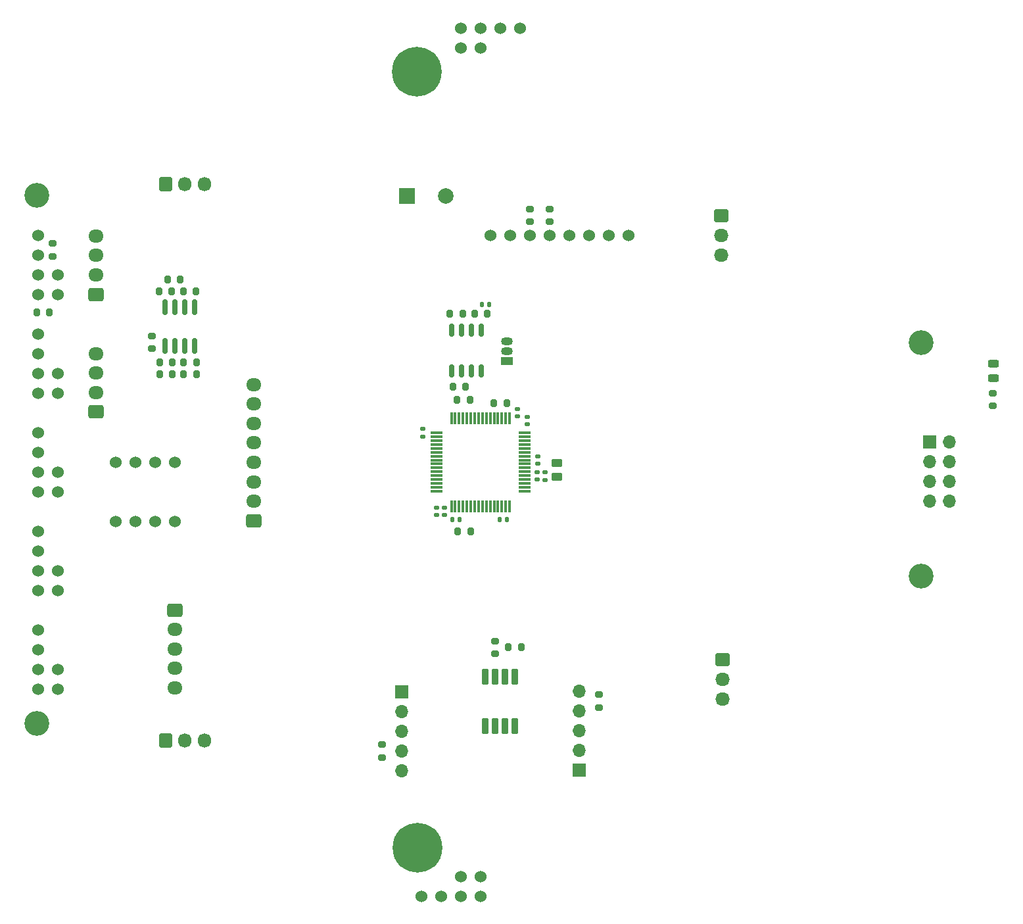
<source format=gbr>
%TF.GenerationSoftware,KiCad,Pcbnew,7.0.9*%
%TF.CreationDate,2024-12-19T19:35:33+09:00*%
%TF.ProjectId,01-MAIN,30312d4d-4149-44e2-9e6b-696361645f70,rev?*%
%TF.SameCoordinates,Original*%
%TF.FileFunction,Soldermask,Bot*%
%TF.FilePolarity,Negative*%
%FSLAX46Y46*%
G04 Gerber Fmt 4.6, Leading zero omitted, Abs format (unit mm)*
G04 Created by KiCad (PCBNEW 7.0.9) date 2024-12-19 19:35:33*
%MOMM*%
%LPD*%
G01*
G04 APERTURE LIST*
G04 Aperture macros list*
%AMRoundRect*
0 Rectangle with rounded corners*
0 $1 Rounding radius*
0 $2 $3 $4 $5 $6 $7 $8 $9 X,Y pos of 4 corners*
0 Add a 4 corners polygon primitive as box body*
4,1,4,$2,$3,$4,$5,$6,$7,$8,$9,$2,$3,0*
0 Add four circle primitives for the rounded corners*
1,1,$1+$1,$2,$3*
1,1,$1+$1,$4,$5*
1,1,$1+$1,$6,$7*
1,1,$1+$1,$8,$9*
0 Add four rect primitives between the rounded corners*
20,1,$1+$1,$2,$3,$4,$5,0*
20,1,$1+$1,$4,$5,$6,$7,0*
20,1,$1+$1,$6,$7,$8,$9,0*
20,1,$1+$1,$8,$9,$2,$3,0*%
G04 Aperture macros list end*
%ADD10C,0.800000*%
%ADD11C,6.400000*%
%ADD12RoundRect,0.250000X-0.725000X0.600000X-0.725000X-0.600000X0.725000X-0.600000X0.725000X0.600000X0*%
%ADD13O,1.950000X1.700000*%
%ADD14RoundRect,0.250000X0.725000X-0.600000X0.725000X0.600000X-0.725000X0.600000X-0.725000X-0.600000X0*%
%ADD15C,1.524000*%
%ADD16RoundRect,0.250000X-0.600000X-0.675000X0.600000X-0.675000X0.600000X0.675000X-0.600000X0.675000X0*%
%ADD17O,1.700000X1.850000*%
%ADD18C,3.200000*%
%ADD19RoundRect,0.250000X-0.675000X0.600000X-0.675000X-0.600000X0.675000X-0.600000X0.675000X0.600000X0*%
%ADD20O,1.850000X1.700000*%
%ADD21R,2.000000X2.000000*%
%ADD22C,2.000000*%
%ADD23R,1.700000X1.700000*%
%ADD24O,1.700000X1.700000*%
%ADD25RoundRect,0.200000X-0.275000X0.200000X-0.275000X-0.200000X0.275000X-0.200000X0.275000X0.200000X0*%
%ADD26RoundRect,0.140000X-0.170000X0.140000X-0.170000X-0.140000X0.170000X-0.140000X0.170000X0.140000X0*%
%ADD27RoundRect,0.200000X-0.200000X-0.275000X0.200000X-0.275000X0.200000X0.275000X-0.200000X0.275000X0*%
%ADD28RoundRect,0.200000X0.275000X-0.200000X0.275000X0.200000X-0.275000X0.200000X-0.275000X-0.200000X0*%
%ADD29RoundRect,0.200000X0.200000X0.275000X-0.200000X0.275000X-0.200000X-0.275000X0.200000X-0.275000X0*%
%ADD30RoundRect,0.075000X0.700000X0.075000X-0.700000X0.075000X-0.700000X-0.075000X0.700000X-0.075000X0*%
%ADD31RoundRect,0.075000X0.075000X0.700000X-0.075000X0.700000X-0.075000X-0.700000X0.075000X-0.700000X0*%
%ADD32RoundRect,0.140000X0.170000X-0.140000X0.170000X0.140000X-0.170000X0.140000X-0.170000X-0.140000X0*%
%ADD33RoundRect,0.243750X0.456250X-0.243750X0.456250X0.243750X-0.456250X0.243750X-0.456250X-0.243750X0*%
%ADD34RoundRect,0.250000X-0.450000X0.262500X-0.450000X-0.262500X0.450000X-0.262500X0.450000X0.262500X0*%
%ADD35RoundRect,0.150000X0.150000X-0.675000X0.150000X0.675000X-0.150000X0.675000X-0.150000X-0.675000X0*%
%ADD36R,1.500000X1.050000*%
%ADD37O,1.500000X1.050000*%
%ADD38RoundRect,0.140000X0.140000X0.170000X-0.140000X0.170000X-0.140000X-0.170000X0.140000X-0.170000X0*%
%ADD39RoundRect,0.147750X-0.259250X0.904250X-0.259250X-0.904250X0.259250X-0.904250X0.259250X0.904250X0*%
%ADD40RoundRect,0.150000X0.150000X-0.825000X0.150000X0.825000X-0.150000X0.825000X-0.150000X-0.825000X0*%
G04 APERTURE END LIST*
D10*
%TO.C,H2*%
X95902944Y-47702944D03*
X97600000Y-51800000D03*
X97600000Y-48405888D03*
X98302944Y-50102944D03*
D11*
X95902944Y-50102944D03*
D10*
X95902944Y-52502944D03*
X94205888Y-48405888D03*
X94205888Y-51800000D03*
X93502944Y-50102944D03*
%TD*%
D12*
%TO.C,J2*%
X64770000Y-119380000D03*
D13*
X64770000Y-121880000D03*
X64770000Y-124380000D03*
X64770000Y-126880000D03*
X64770000Y-129380000D03*
%TD*%
D14*
%TO.C,J7*%
X54610000Y-78740000D03*
D13*
X54610000Y-76240000D03*
X54610000Y-73740000D03*
X54610000Y-71240000D03*
%TD*%
D15*
%TO.C,U10*%
X47173000Y-96520000D03*
X47173000Y-99060000D03*
X47173000Y-101600000D03*
X47173000Y-104140000D03*
X49713000Y-101600000D03*
X49713000Y-104140000D03*
%TD*%
%TO.C,U14*%
X105410000Y-71120000D03*
X107950000Y-71120000D03*
X110490000Y-71120000D03*
X113030000Y-71120000D03*
X115570000Y-71120000D03*
X118110000Y-71120000D03*
X120650000Y-71120000D03*
X123190000Y-71120000D03*
%TD*%
D16*
%TO.C,J6*%
X63580000Y-136144000D03*
D17*
X66080000Y-136144000D03*
X68580000Y-136144000D03*
%TD*%
D15*
%TO.C,U6*%
X109220000Y-44450000D03*
X106680000Y-44450000D03*
X104140000Y-44450000D03*
X101600000Y-44450000D03*
X104140000Y-46990000D03*
X101600000Y-46990000D03*
%TD*%
%TO.C,U8*%
X47173000Y-71120000D03*
X47173000Y-73660000D03*
X47173000Y-76200000D03*
X47173000Y-78740000D03*
X49713000Y-76200000D03*
X49713000Y-78740000D03*
%TD*%
D18*
%TO.C,REF\u002A\u002A*%
X47000000Y-66000000D03*
%TD*%
D15*
%TO.C,U7*%
X96520000Y-156210000D03*
X99060000Y-156210000D03*
X101600000Y-156210000D03*
X104140000Y-156210000D03*
X101600000Y-153670000D03*
X104140000Y-153670000D03*
%TD*%
D19*
%TO.C,J3*%
X135270000Y-125810000D03*
D20*
X135270000Y-128310000D03*
X135270000Y-130810000D03*
%TD*%
D15*
%TO.C,U9*%
X47173000Y-83820000D03*
X47173000Y-86360000D03*
X47173000Y-88900000D03*
X47173000Y-91440000D03*
X49713000Y-88900000D03*
X49713000Y-91440000D03*
%TD*%
%TO.C,U13*%
X57150000Y-107950000D03*
X59690000Y-107950000D03*
X62230000Y-107950000D03*
X64770000Y-107950000D03*
X64770000Y-100330000D03*
X62230000Y-100330000D03*
X59690000Y-100330000D03*
X57150000Y-100330000D03*
%TD*%
D14*
%TO.C,J8*%
X54610000Y-93860000D03*
D13*
X54610000Y-91360000D03*
X54610000Y-88860000D03*
X54610000Y-86360000D03*
%TD*%
D18*
%TO.C,REF\u002A\u002A*%
X47000000Y-134000000D03*
%TD*%
D21*
%TO.C,BZ1*%
X94695000Y-66040000D03*
D22*
X99695000Y-66040000D03*
%TD*%
D19*
%TO.C,J4*%
X135128000Y-68660000D03*
D20*
X135128000Y-71160000D03*
X135128000Y-73660000D03*
%TD*%
D16*
%TO.C,J5*%
X63580000Y-64516000D03*
D17*
X66080000Y-64516000D03*
X68580000Y-64516000D03*
%TD*%
D18*
%TO.C,REF\u002A\u002A*%
X160900000Y-85000000D03*
%TD*%
%TO.C,REF\u002A\u002A*%
X160900000Y-115000000D03*
%TD*%
D15*
%TO.C,U11*%
X47173000Y-109220000D03*
X47173000Y-111760000D03*
X47173000Y-114300000D03*
X47173000Y-116840000D03*
X49713000Y-114300000D03*
X49713000Y-116840000D03*
%TD*%
D23*
%TO.C,U2*%
X116840000Y-140000000D03*
D24*
X116840000Y-137460000D03*
X116840000Y-134920000D03*
X116840000Y-132380000D03*
X116840000Y-129840000D03*
%TD*%
D15*
%TO.C,U12*%
X47173000Y-121920000D03*
X47173000Y-124460000D03*
X47173000Y-127000000D03*
X47173000Y-129540000D03*
X49713000Y-127000000D03*
X49713000Y-129540000D03*
%TD*%
D14*
%TO.C,J9*%
X74930000Y-107870000D03*
D13*
X74930000Y-105370000D03*
X74930000Y-102870000D03*
X74930000Y-100370000D03*
X74930000Y-97870000D03*
X74930000Y-95370000D03*
X74930000Y-92870000D03*
X74930000Y-90370000D03*
%TD*%
D23*
%TO.C,U3*%
X94000000Y-129925000D03*
D24*
X94000000Y-132465000D03*
X94000000Y-135005000D03*
X94000000Y-137545000D03*
X94000000Y-140085000D03*
%TD*%
D10*
%TO.C,H1*%
X93600000Y-150000000D03*
X94302944Y-148302944D03*
X94302944Y-151697056D03*
X96000000Y-147600000D03*
D11*
X96000000Y-150000000D03*
D10*
X96000000Y-152400000D03*
X97697056Y-148302944D03*
X97697056Y-151697056D03*
X98400000Y-150000000D03*
%TD*%
D25*
%TO.C,R12*%
X61849000Y-84107000D03*
X61849000Y-85757000D03*
%TD*%
D26*
%TO.C,C10*%
X112435000Y-101660000D03*
X112435000Y-102620000D03*
%TD*%
D27*
%TO.C,R5*%
X101136500Y-92339500D03*
X102786500Y-92339500D03*
%TD*%
D28*
%TO.C,R18*%
X110490000Y-69405000D03*
X110490000Y-67755000D03*
%TD*%
D29*
%TO.C,R15*%
X67563000Y-87472000D03*
X65913000Y-87472000D03*
%TD*%
D30*
%TO.C,U1*%
X109815000Y-96580000D03*
X109815000Y-97080000D03*
X109815000Y-97580000D03*
X109815000Y-98080000D03*
X109815000Y-98580000D03*
X109815000Y-99080000D03*
X109815000Y-99580000D03*
X109815000Y-100080000D03*
X109815000Y-100580000D03*
X109815000Y-101080000D03*
X109815000Y-101580000D03*
X109815000Y-102080000D03*
X109815000Y-102580000D03*
X109815000Y-103080000D03*
X109815000Y-103580000D03*
X109815000Y-104080000D03*
D31*
X107890000Y-106005000D03*
X107390000Y-106005000D03*
X106890000Y-106005000D03*
X106390000Y-106005000D03*
X105890000Y-106005000D03*
X105390000Y-106005000D03*
X104890000Y-106005000D03*
X104390000Y-106005000D03*
X103890000Y-106005000D03*
X103390000Y-106005000D03*
X102890000Y-106005000D03*
X102390000Y-106005000D03*
X101890000Y-106005000D03*
X101390000Y-106005000D03*
X100890000Y-106005000D03*
X100390000Y-106005000D03*
D30*
X98465000Y-104080000D03*
X98465000Y-103580000D03*
X98465000Y-103080000D03*
X98465000Y-102580000D03*
X98465000Y-102080000D03*
X98465000Y-101580000D03*
X98465000Y-101080000D03*
X98465000Y-100580000D03*
X98465000Y-100080000D03*
X98465000Y-99580000D03*
X98465000Y-99080000D03*
X98465000Y-98580000D03*
X98465000Y-98080000D03*
X98465000Y-97580000D03*
X98465000Y-97080000D03*
X98465000Y-96580000D03*
D31*
X100390000Y-94655000D03*
X100890000Y-94655000D03*
X101390000Y-94655000D03*
X101890000Y-94655000D03*
X102390000Y-94655000D03*
X102890000Y-94655000D03*
X103390000Y-94655000D03*
X103890000Y-94655000D03*
X104390000Y-94655000D03*
X104890000Y-94655000D03*
X105390000Y-94655000D03*
X105890000Y-94655000D03*
X106390000Y-94655000D03*
X106890000Y-94655000D03*
X107390000Y-94655000D03*
X107890000Y-94655000D03*
%TD*%
D32*
%TO.C,C6*%
X96687000Y-97032000D03*
X96687000Y-96072000D03*
%TD*%
D27*
%TO.C,R23*%
X107715000Y-124190000D03*
X109365000Y-124190000D03*
%TD*%
%TO.C,R7*%
X100211500Y-81252500D03*
X101861500Y-81252500D03*
%TD*%
D26*
%TO.C,C3*%
X110149000Y-94520000D03*
X110149000Y-95480000D03*
%TD*%
D33*
%TO.C,D1*%
X170180000Y-89535931D03*
X170180000Y-87660931D03*
%TD*%
D29*
%TO.C,R4*%
X102242500Y-90650500D03*
X100592500Y-90650500D03*
%TD*%
D25*
%TO.C,R22*%
X119380000Y-130285000D03*
X119380000Y-131935000D03*
%TD*%
D29*
%TO.C,R11*%
X67563000Y-88996000D03*
X65913000Y-88996000D03*
%TD*%
D25*
%TO.C,R20*%
X106000000Y-123365000D03*
X106000000Y-125015000D03*
%TD*%
D29*
%TO.C,R13*%
X67500000Y-78328000D03*
X65850000Y-78328000D03*
%TD*%
%TO.C,R6*%
X105036500Y-81252500D03*
X103386500Y-81252500D03*
%TD*%
D26*
%TO.C,C8*%
X108879000Y-93504000D03*
X108879000Y-94464000D03*
%TD*%
D34*
%TO.C,FB1*%
X113959000Y-100437500D03*
X113959000Y-102262500D03*
%TD*%
D35*
%TO.C,U4*%
X104211500Y-88618500D03*
X102941500Y-88618500D03*
X101671500Y-88618500D03*
X100401500Y-88618500D03*
X100401500Y-83368500D03*
X101671500Y-83368500D03*
X102941500Y-83368500D03*
X104211500Y-83368500D03*
%TD*%
D36*
%TO.C,Q1*%
X107513500Y-87348500D03*
D37*
X107513500Y-86078500D03*
X107513500Y-84808500D03*
%TD*%
D28*
%TO.C,R3*%
X170115000Y-93090000D03*
X170115000Y-91440000D03*
%TD*%
D25*
%TO.C,R19*%
X113030000Y-67755000D03*
X113030000Y-69405000D03*
%TD*%
D38*
%TO.C,C11*%
X105255000Y-80010000D03*
X104295000Y-80010000D03*
%TD*%
D27*
%TO.C,R8*%
X62739000Y-78328000D03*
X64389000Y-78328000D03*
%TD*%
D39*
%TO.C,U15*%
X104730000Y-128000000D03*
X106000000Y-128000000D03*
X107270000Y-128000000D03*
X108540000Y-128000000D03*
X108540000Y-134350000D03*
X107270000Y-134350000D03*
X106000000Y-134350000D03*
X104730000Y-134350000D03*
%TD*%
D27*
%TO.C,R17*%
X46983000Y-81090000D03*
X48633000Y-81090000D03*
%TD*%
D26*
%TO.C,C9*%
X111419000Y-101632000D03*
X111419000Y-102592000D03*
%TD*%
%TO.C,C7*%
X98465000Y-106204000D03*
X98465000Y-107164000D03*
%TD*%
D27*
%TO.C,R1*%
X105855000Y-92710000D03*
X107505000Y-92710000D03*
%TD*%
D32*
%TO.C,C5*%
X99481000Y-107164000D03*
X99481000Y-106204000D03*
%TD*%
D27*
%TO.C,R10*%
X62802000Y-88996000D03*
X64452000Y-88996000D03*
%TD*%
D38*
%TO.C,C4*%
X107581000Y-107700000D03*
X106621000Y-107700000D03*
%TD*%
D28*
%TO.C,R16*%
X49078000Y-73850000D03*
X49078000Y-72200000D03*
%TD*%
D23*
%TO.C,J1*%
X162015000Y-97750000D03*
D24*
X164555000Y-97750000D03*
X162015000Y-100290000D03*
X164555000Y-100290000D03*
X162015000Y-102830000D03*
X164555000Y-102830000D03*
X162015000Y-105370000D03*
X164555000Y-105370000D03*
%TD*%
D40*
%TO.C,U5*%
X67310000Y-85375000D03*
X66040000Y-85375000D03*
X64770000Y-85375000D03*
X63500000Y-85375000D03*
X63500000Y-80425000D03*
X64770000Y-80425000D03*
X66040000Y-80425000D03*
X67310000Y-80425000D03*
%TD*%
D28*
%TO.C,R21*%
X91460000Y-138370000D03*
X91460000Y-136720000D03*
%TD*%
D32*
%TO.C,C1*%
X111506000Y-100556000D03*
X111506000Y-99596000D03*
%TD*%
D29*
%TO.C,R2*%
X102870000Y-109220000D03*
X101220000Y-109220000D03*
%TD*%
%TO.C,R14*%
X64452000Y-87472000D03*
X62802000Y-87472000D03*
%TD*%
D38*
%TO.C,C2*%
X101485000Y-107700000D03*
X100525000Y-107700000D03*
%TD*%
D29*
%TO.C,R9*%
X65468000Y-76804000D03*
X63818000Y-76804000D03*
%TD*%
M02*

</source>
